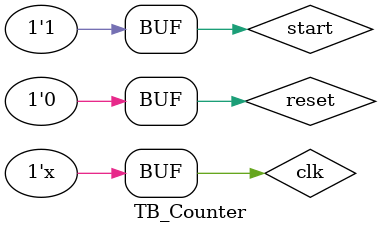
<source format=v>
`timescale 1ns / 1ps



module TB_Counter;
    reg clk;
    reg reset;
    reg start;
    
    wire [6:0] count1,count2;
    
    Counter uut( .clk(clk), .start(start), .reset(reset), .count1(count1), .count2(count2));
    
    always #5 clk = ~clk;
    initial begin
        clk = 0;
        reset = 0;
        start = 0;
        #22;
        start = 1;
    end
endmodule

</source>
